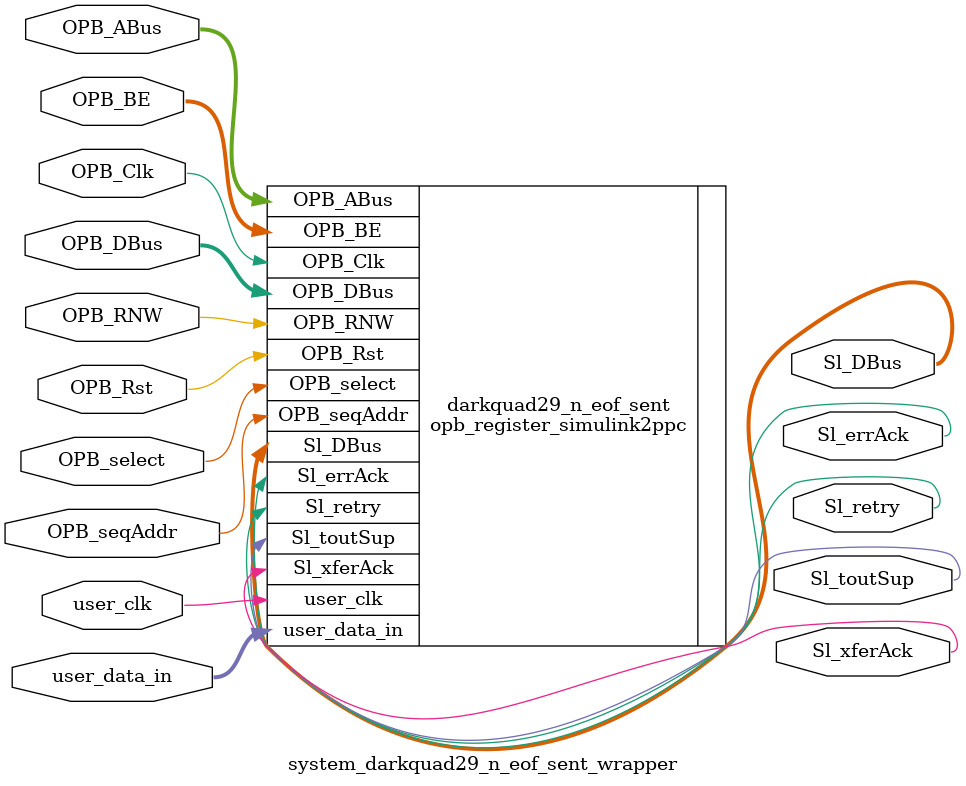
<source format=v>

module system_darkquad29_n_eof_sent_wrapper
  (
    OPB_Clk,
    OPB_Rst,
    Sl_DBus,
    Sl_errAck,
    Sl_retry,
    Sl_toutSup,
    Sl_xferAck,
    OPB_ABus,
    OPB_BE,
    OPB_DBus,
    OPB_RNW,
    OPB_select,
    OPB_seqAddr,
    user_data_in,
    user_clk
  );
  input OPB_Clk;
  input OPB_Rst;
  output [0:31] Sl_DBus;
  output Sl_errAck;
  output Sl_retry;
  output Sl_toutSup;
  output Sl_xferAck;
  input [0:31] OPB_ABus;
  input [0:3] OPB_BE;
  input [0:31] OPB_DBus;
  input OPB_RNW;
  input OPB_select;
  input OPB_seqAddr;
  input [31:0] user_data_in;
  input user_clk;

  opb_register_simulink2ppc
    #(
      .C_BASEADDR ( 32'h01188400 ),
      .C_HIGHADDR ( 32'h011884FF ),
      .C_OPB_AWIDTH ( 32 ),
      .C_OPB_DWIDTH ( 32 ),
      .C_FAMILY ( "virtex6" )
    )
    darkquad29_n_eof_sent (
      .OPB_Clk ( OPB_Clk ),
      .OPB_Rst ( OPB_Rst ),
      .Sl_DBus ( Sl_DBus ),
      .Sl_errAck ( Sl_errAck ),
      .Sl_retry ( Sl_retry ),
      .Sl_toutSup ( Sl_toutSup ),
      .Sl_xferAck ( Sl_xferAck ),
      .OPB_ABus ( OPB_ABus ),
      .OPB_BE ( OPB_BE ),
      .OPB_DBus ( OPB_DBus ),
      .OPB_RNW ( OPB_RNW ),
      .OPB_select ( OPB_select ),
      .OPB_seqAddr ( OPB_seqAddr ),
      .user_data_in ( user_data_in ),
      .user_clk ( user_clk )
    );

endmodule


</source>
